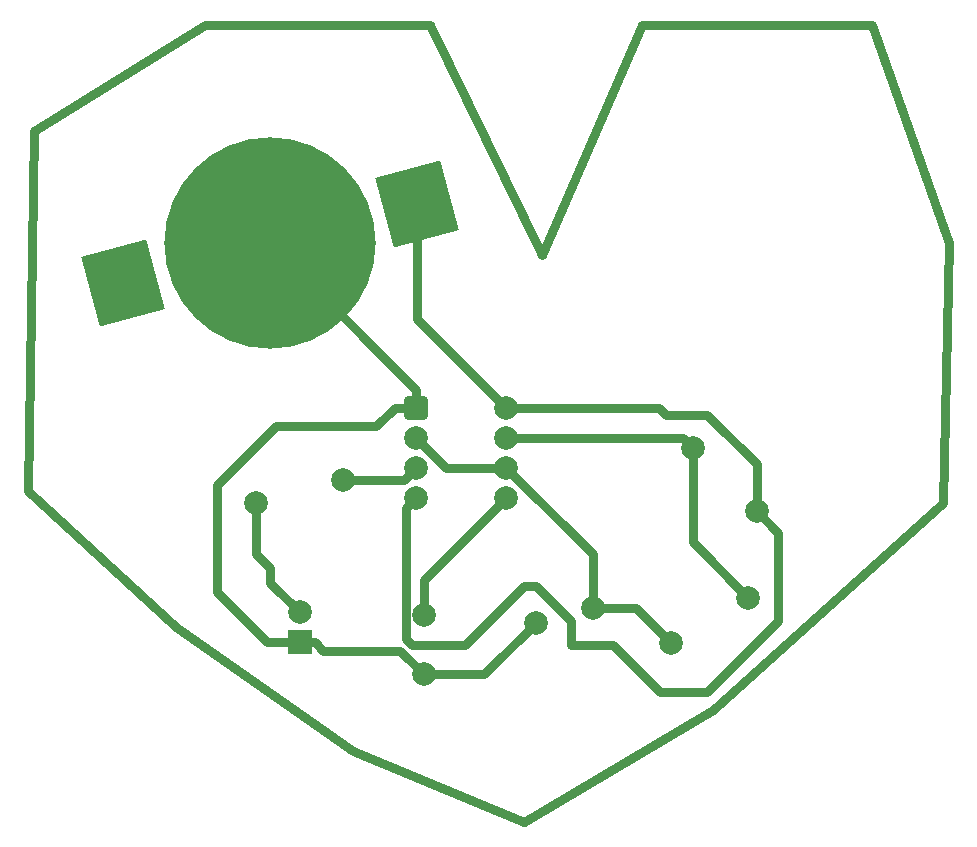
<source format=gbr>
%TF.GenerationSoftware,KiCad,Pcbnew,9.0.7*%
%TF.CreationDate,2026-02-11T09:18:25-05:00*%
%TF.ProjectId,555timerCES,35353574-696d-4657-9243-45532e6b6963,rev?*%
%TF.SameCoordinates,Original*%
%TF.FileFunction,Copper,L1,Top*%
%TF.FilePolarity,Positive*%
%FSLAX46Y46*%
G04 Gerber Fmt 4.6, Leading zero omitted, Abs format (unit mm)*
G04 Created by KiCad (PCBNEW 9.0.7) date 2026-02-11 09:18:25*
%MOMM*%
%LPD*%
G01*
G04 APERTURE LIST*
G04 Aperture macros list*
%AMRoundRect*
0 Rectangle with rounded corners*
0 $1 Rounding radius*
0 $2 $3 $4 $5 $6 $7 $8 $9 X,Y pos of 4 corners*
0 Add a 4 corners polygon primitive as box body*
4,1,4,$2,$3,$4,$5,$6,$7,$8,$9,$2,$3,0*
0 Add four circle primitives for the rounded corners*
1,1,$1+$1,$2,$3*
1,1,$1+$1,$4,$5*
1,1,$1+$1,$6,$7*
1,1,$1+$1,$8,$9*
0 Add four rect primitives between the rounded corners*
20,1,$1+$1,$2,$3,$4,$5,0*
20,1,$1+$1,$4,$5,$6,$7,0*
20,1,$1+$1,$6,$7,$8,$9,0*
20,1,$1+$1,$8,$9,$2,$3,0*%
%AMRotRect*
0 Rectangle, with rotation*
0 The origin of the aperture is its center*
0 $1 length*
0 $2 width*
0 $3 Rotation angle, in degrees counterclockwise*
0 Add horizontal line*
21,1,$1,$2,0,0,$3*%
G04 Aperture macros list end*
%TA.AperFunction,ComponentPad*%
%ADD10C,2.000000*%
%TD*%
%TA.AperFunction,ComponentPad*%
%ADD11R,2.000000X2.000000*%
%TD*%
%TA.AperFunction,ComponentPad*%
%ADD12RoundRect,0.312500X-0.687500X-0.687500X0.687500X-0.687500X0.687500X0.687500X-0.687500X0.687500X0*%
%TD*%
%TA.AperFunction,SMDPad,CuDef*%
%ADD13C,17.900000*%
%TD*%
%TA.AperFunction,SMDPad,CuDef*%
%ADD14RotRect,5.700000X6.100000X15.000000*%
%TD*%
%TA.AperFunction,Conductor*%
%ADD15C,0.800000*%
%TD*%
%TA.AperFunction,Profile*%
%ADD16C,0.800000*%
%TD*%
G04 APERTURE END LIST*
D10*
%TO.P,R3,2*%
%TO.N,Net-(U1-Q)*%
X126180178Y-93013900D03*
%TO.P,R3,1*%
%TO.N,Net-(D1-A)*%
X118819823Y-94986101D03*
%TD*%
%TO.P,C2,1*%
%TO.N,Net-(U1-CV)*%
X133000000Y-104500000D03*
%TO.P,C2,2*%
%TO.N,GND*%
X133000000Y-109500000D03*
%TD*%
%TO.P,R1,1*%
%TO.N,+3V0*%
X161194077Y-95694076D03*
%TO.P,R1,2*%
%TO.N,Net-(U1-DIS)*%
X155805923Y-90305922D03*
%TD*%
%TO.P,R2,1*%
%TO.N,Net-(U1-DIS)*%
X160500000Y-103000000D03*
%TO.P,R2,2*%
%TO.N,Net-(U1-THR)*%
X153900886Y-106810000D03*
%TD*%
%TO.P,C1,1*%
%TO.N,GND*%
X142500000Y-105147048D03*
%TO.P,C1,2*%
%TO.N,Net-(U1-THR)*%
X147329629Y-103852953D03*
%TD*%
D11*
%TO.P,D1,1,K*%
%TO.N,GND*%
X122499999Y-106770000D03*
D10*
%TO.P,D1,2,A*%
%TO.N,Net-(D1-A)*%
X122499996Y-104229998D03*
%TD*%
D12*
%TO.P,U1,1,GND*%
%TO.N,GND*%
X132380000Y-86920000D03*
D10*
%TO.P,U1,2,TR*%
%TO.N,Net-(U1-THR)*%
X132380000Y-89460000D03*
%TO.P,U1,3,Q*%
%TO.N,Net-(U1-Q)*%
X132380000Y-92000000D03*
%TO.P,U1,4,R*%
%TO.N,+3V0*%
X132380000Y-94540000D03*
%TO.P,U1,5,CV*%
%TO.N,Net-(U1-CV)*%
X140000000Y-94540000D03*
%TO.P,U1,6,THR*%
%TO.N,Net-(U1-THR)*%
X140000000Y-92000000D03*
%TO.P,U1,7,DIS*%
%TO.N,Net-(U1-DIS)*%
X140000000Y-89460000D03*
%TO.P,U1,8,VCC*%
%TO.N,+3V0*%
X140000000Y-86920000D03*
%TD*%
D13*
%TO.P,BT2,N*%
%TO.N,GND*%
X120000000Y-73000000D03*
D14*
%TO.P,BT2,P1*%
%TO.N,+3V0*%
X107539558Y-76338766D03*
%TO.P,BT2,P2*%
X132460442Y-69661234D03*
%TD*%
D15*
%TO.N,Net-(U1-DIS)*%
X154960001Y-89460000D02*
X155805923Y-90305922D01*
X152460000Y-89460000D02*
X140000000Y-89460000D01*
X152460000Y-89460000D02*
X154960001Y-89460000D01*
%TO.N,GND*%
X132380000Y-86920000D02*
X132380000Y-85380000D01*
X132380000Y-85380000D02*
X120000000Y-73000000D01*
%TO.N,+3V0*%
X140000000Y-86920000D02*
X132460442Y-79380442D01*
X132460442Y-79380442D02*
X132460442Y-69661234D01*
X161194077Y-95694076D02*
X161194077Y-91694077D01*
X161194077Y-91694077D02*
X157000000Y-87500000D01*
X157000000Y-87500000D02*
X153500000Y-87500000D01*
X153500000Y-87500000D02*
X152920000Y-86920000D01*
X152920000Y-86920000D02*
X140000000Y-86920000D01*
X157000000Y-111000000D02*
X163000000Y-105000000D01*
X142500000Y-102000000D02*
X145500000Y-105000000D01*
X145500000Y-107000000D02*
X149000000Y-107000000D01*
X132000000Y-107000000D02*
X136500000Y-107000000D01*
X131500000Y-106500000D02*
X132000000Y-107000000D01*
X132380000Y-94540000D02*
X131500000Y-95420000D01*
X145500000Y-105000000D02*
X145500000Y-107000000D01*
X136500000Y-107000000D02*
X141500000Y-102000000D01*
X149000000Y-107000000D02*
X153000000Y-111000000D01*
X141500000Y-102000000D02*
X142500000Y-102000000D01*
X131500000Y-95420000D02*
X131500000Y-106500000D01*
X153000000Y-111000000D02*
X157000000Y-111000000D01*
X163000000Y-105000000D02*
X163000000Y-97499999D01*
X163000000Y-97499999D02*
X161194077Y-95694076D01*
%TO.N,Net-(U1-DIS)*%
X160500000Y-103000000D02*
X155805923Y-98305923D01*
X155805923Y-98305923D02*
X155805923Y-90305922D01*
%TO.N,GND*%
X133000000Y-109500000D02*
X138147048Y-109500000D01*
X138147048Y-109500000D02*
X142500000Y-105147048D01*
%TO.N,Net-(U1-THR)*%
X147329629Y-103852953D02*
X150943839Y-103852953D01*
X150943839Y-103852953D02*
X153900886Y-106810000D01*
X140000000Y-92000000D02*
X147329629Y-99329629D01*
X147329629Y-99329629D02*
X147329629Y-103852953D01*
%TO.N,Net-(U1-CV)*%
X140000000Y-94540000D02*
X133000000Y-101540000D01*
X133000000Y-101540000D02*
X133000000Y-104500000D01*
%TO.N,Net-(U1-THR)*%
X132380000Y-89460000D02*
X134920000Y-92000000D01*
X134920000Y-92000000D02*
X140000000Y-92000000D01*
%TO.N,GND*%
X123770000Y-106770000D02*
X124500000Y-107500000D01*
X122499999Y-106770000D02*
X123770000Y-106770000D01*
X124500000Y-107500000D02*
X131000000Y-107500000D01*
X131000000Y-107500000D02*
X133000000Y-109500000D01*
%TO.N,Net-(D1-A)*%
X118819823Y-94986101D02*
X118819823Y-99319823D01*
X118819823Y-99319823D02*
X120000000Y-100500000D01*
X120000000Y-100500000D02*
X120000000Y-101730002D01*
X120000000Y-101730002D02*
X122499996Y-104229998D01*
%TO.N,Net-(U1-Q)*%
X132380000Y-92000000D02*
X131366100Y-93013900D01*
X131366100Y-93013900D02*
X126180178Y-93013900D01*
%TO.N,GND*%
X130580000Y-86920000D02*
X129000000Y-88500000D01*
X132380000Y-86920000D02*
X130580000Y-86920000D01*
X119770000Y-106770000D02*
X122499999Y-106770000D01*
X129000000Y-88500000D02*
X120500000Y-88500000D01*
X120500000Y-88500000D02*
X115500000Y-93500000D01*
X115500000Y-93500000D02*
X115500000Y-102500000D01*
X115500000Y-102500000D02*
X119770000Y-106770000D01*
%TD*%
D16*
X143000000Y-74000000D02*
X151500000Y-54500000D01*
X171000000Y-54500000D01*
X177500000Y-73000000D01*
X177000000Y-95000000D01*
X157500000Y-112500000D01*
X141500000Y-122000000D01*
X127000000Y-116000000D01*
X112000000Y-105500000D01*
X99500000Y-94000000D01*
X100000000Y-63500000D01*
X114500000Y-54500000D01*
X133500000Y-54500000D01*
X143000000Y-74000000D01*
M02*

</source>
